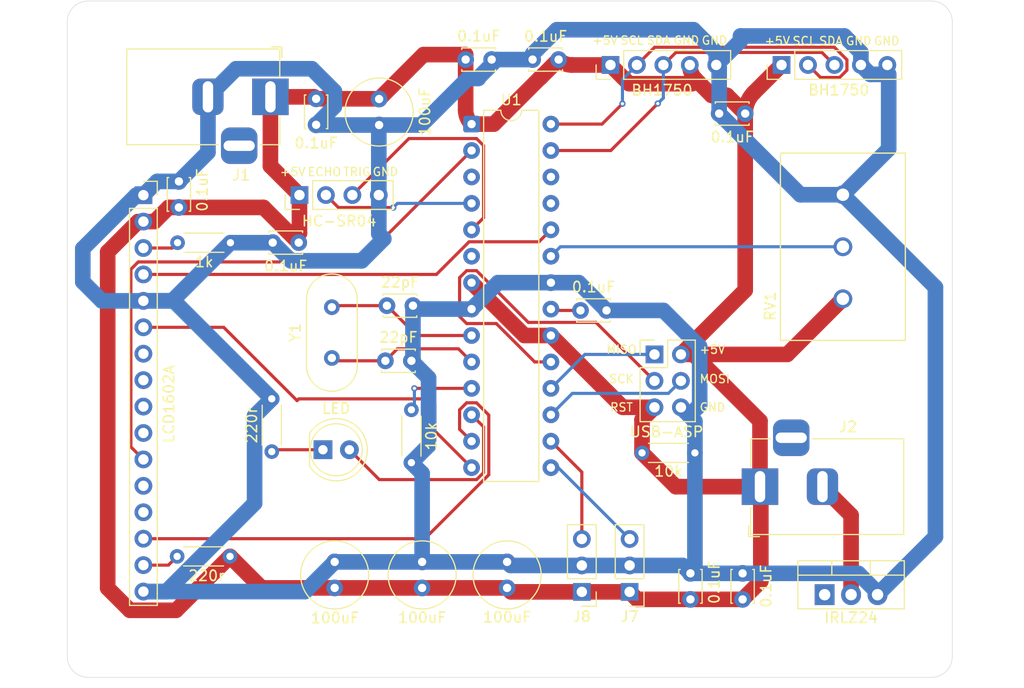
<source format=kicad_pcb>
(kicad_pcb (version 20241229) (generator "pcbnew") (generator_version "9.0")
  (layers (0 "F.Cu" signal) (2 "B.Cu" signal) (13 "F.Paste" user) (15 "B.Paste" user) (5 "F.SilkS" user "F.Silkscreen") (7 "B.SilkS" user "B.Silkscreen") (1 "F.Mask" user) (3 "B.Mask" user) (25 "Edge.Cuts" user))
  (net 0 "")
  (net 1 "GND")
  (net 2 "Net-(Q1-D)")
  (net 3 "/PD5{slash}GATE")
  (net 4 "/MISO")
  (net 5 "/MOSI")
  (net 6 "/D6_LCD")
  (net 7 "/XTAL1")
  (net 9 "/D7_LCD")
  (net 10 "/ECHO")
  (net 11 "/XTAL2")
  (net 12 "Net-(D1-A)")
  (net 13 "+5V")
  (net 14 "/RS_LCD")
  (net 15 "/TRIG")
  (net 16 "/SDA")
  (net 17 "/SCL")
  (net 18 "/D4_LCD")
  (net 19 "/SERVO1")
  (net 20 "/D5_LCD")
  (net 21 "/EN_LCD")
  (net 22 "/PC0{slash}POTENT")
  (net 23 "/SERVO2")
  (net 25 "Net-(U1-AREF)")
  (net 26 "/SCK")
  (net 29 "Net-(D1-K)")
  (net 30 "Net-(U2-VO)")
  (net 31 "Net-(U2-A)")
  (footprint "Connector_PinHeader_2.54mm:PinHeader_1x05_P2.54mm_Vertical" (layer "F.Cu") (at 149.57 62.84675 90)
    (property "Reference" "BH1750" (at -2.42325 4.95 180) (layer "F.SilkS"))
    (property "Value" "Conn_01x05_Pin")
    (pad "1" thru_hole rect (at 0 0 90) (size 1.7 1.7) (drill 1) (layers "*.Cu" "*.Mask") (net 13 "+5V"))
    (pad "2" thru_hole circle (at 0 2.54 90) (size 1.7 1.7) (drill 1) (layers "*.Cu" "*.Mask") (net 17 "/SCL"))
    (pad "3" thru_hole circle (at 0 5.08 90) (size 1.7 1.7) (drill 1) (layers "*.Cu" "*.Mask") (net 16 "/SDA"))
    (pad "4" thru_hole circle (at 0 7.62 90) (size 1.7 1.7) (drill 1) (layers "*.Cu" "*.Mask") (net 13 "+5V"))
    (pad "5" thru_hole circle (at 0 10.16 90) (size 1.7 1.7) (drill 1) (layers "*.Cu" "*.Mask") (net 1 "GND"))
  )
  (footprint "Package_DIP:DIP-28_W7.62mm" (layer "F.Cu") (at 136.23 68.53)
    (property "Reference" "U1" (at 3.81 -2.33 0) (layer "F.SilkS"))
    (property "Value" "ATmega328-P")
    (pad "1" thru_hole roundrect (at 0 0) (size 1.6 1.6) (drill 0.8) (layers "*.Cu" "*.Mask") (roundrect_rratio 0.15625) (net 13 "+5V"))
    (pad "2" thru_hole circle (at 0 2.54) (size 1.6 1.6) (drill 0.8) (layers "*.Cu" "*.Mask") (net 18 "/D4_LCD"))
    (pad "3" thru_hole circle (at 0 5.08) (size 1.6 1.6) (drill 0.8) (layers "*.Cu" "*.Mask") (net 20 "/D5_LCD"))
    (pad "4" thru_hole circle (at 0 7.62) (size 1.6 1.6) (drill 0.8) (layers "*.Cu" "*.Mask") (net 10 "/ECHO"))
    (pad "5" thru_hole circle (at 0 10.16) (size 1.6 1.6) (drill 0.8) (layers "*.Cu" "*.Mask") (net 15 "/TRIG"))
    (pad "6" thru_hole circle (at 0 12.7) (size 1.6 1.6) (drill 0.8) (layers "*.Cu" "*.Mask") (net 6 "/D6_LCD"))
    (pad "7" thru_hole circle (at 0 15.24) (size 1.6 1.6) (drill 0.8) (layers "*.Cu" "*.Mask") (net 13 "+5V"))
    (pad "8" thru_hole circle (at 0 17.78) (size 1.6 1.6) (drill 0.8) (layers "*.Cu" "*.Mask") (net 1 "GND"))
    (pad "9" thru_hole circle (at 0 20.32) (size 1.6 1.6) (drill 0.8) (layers "*.Cu" "*.Mask") (net 7 "/XTAL1"))
    (pad "10" thru_hole circle (at 0 22.86) (size 1.6 1.6) (drill 0.8) (layers "*.Cu" "*.Mask") (net 11 "/XTAL2"))
    (pad "11" thru_hole circle (at 0 25.4) (size 1.6 1.6) (drill 0.8) (layers "*.Cu" "*.Mask") (net 3 "/PD5{slash}GATE"))
    (pad "12" thru_hole circle (at 0 27.94) (size 1.6 1.6) (drill 0.8) (layers "*.Cu" "*.Mask") (net 12 "Net-(D1-A)"))
    (pad "13" thru_hole circle (at 0 30.48) (size 1.6 1.6) (drill 0.8) (layers "*.Cu" "*.Mask") (net 9 "/D7_LCD"))
    (pad "14" thru_hole circle (at 0 33.02) (size 1.6 1.6) (drill 0.8) (layers "*.Cu" "*.Mask") (net 21 "/EN_LCD"))
    (pad "15" thru_hole circle (at 7.62 33.02) (size 1.6 1.6) (drill 0.8) (layers "*.Cu" "*.Mask") (net 19 "/SERVO1"))
    (pad "16" thru_hole circle (at 7.62 30.48) (size 1.6 1.6) (drill 0.8) (layers "*.Cu" "*.Mask") (net 23 "/SERVO2"))
    (pad "17" thru_hole circle (at 7.62 27.94) (size 1.6 1.6) (drill 0.8) (layers "*.Cu" "*.Mask") (net 5 "/MOSI"))
    (pad "18" thru_hole circle (at 7.62 25.4) (size 1.6 1.6) (drill 0.8) (layers "*.Cu" "*.Mask") (net 4 "/MISO"))
    (pad "19" thru_hole circle (at 7.62 22.86) (size 1.6 1.6) (drill 0.8) (layers "*.Cu" "*.Mask") (net 26 "/SCK"))
    (pad "20" thru_hole circle (at 7.62 20.32) (size 1.6 1.6) (drill 0.8) (layers "*.Cu" "*.Mask") (net 13 "+5V"))
    (pad "21" thru_hole circle (at 7.62 17.78) (size 1.6 1.6) (drill 0.8) (layers "*.Cu" "*.Mask") (net 25 "Net-(U1-AREF)"))
    (pad "22" thru_hole circle (at 7.62 15.24) (size 1.6 1.6) (drill 0.8) (layers "*.Cu" "*.Mask") (net 1 "GND"))
    (pad "23" thru_hole circle (at 7.62 12.7) (size 1.6 1.6) (drill 0.8) (layers "*.Cu" "*.Mask") (net 22 "/PC0{slash}POTENT"))
    (pad "24" thru_hole circle (at 7.62 10.16) (size 1.6 1.6) (drill 0.8) (layers "*.Cu" "*.Mask") (net 14 "/RS_LCD"))
    (pad "25" thru_hole circle (at 7.62 7.62) (size 1.6 1.6) (drill 0.8) (layers "*.Cu" "*.Mask"))
    (pad "26" thru_hole circle (at 7.62 5.08) (size 1.6 1.6) (drill 0.8) (layers "*.Cu" "*.Mask"))
    (pad "27" thru_hole circle (at 7.62 2.54) (size 1.6 1.6) (drill 0.8) (layers "*.Cu" "*.Mask") (net 16 "/SDA"))
    (pad "28" thru_hole circle (at 7.62 0) (size 1.6 1.6) (drill 0.8) (layers "*.Cu" "*.Mask") (net 17 "/SCL"))
  )
  (footprint "Connector_PinHeader_2.54mm:PinHeader_1x04_P2.54mm_Vertical" (layer "F.Cu") (at 119.7 75.35 90)
    (property "Reference" "HC-SR04" (at -2.5 3.81 180) (layer "F.SilkS"))
    (property "Value" "Conn_01x04_Pin")
    (pad "1" thru_hole rect (at 0 0 90) (size 1.7 1.7) (drill 1) (layers "*.Cu" "*.Mask") (net 13 "+5V"))
    (pad "2" thru_hole circle (at 0 2.54 90) (size 1.7 1.7) (drill 1) (layers "*.Cu" "*.Mask") (net 10 "/ECHO"))
    (pad "3" thru_hole circle (at 0 5.08 90) (size 1.7 1.7) (drill 1) (layers "*.Cu" "*.Mask") (net 15 "/TRIG"))
    (pad "4" thru_hole circle (at 0 7.62 90) (size 1.7 1.7) (drill 1) (layers "*.Cu" "*.Mask") (net 1 "GND"))
  )
  (footprint "Capacitor_THT:C_Disc_D3.0mm_W2.0mm_P2.50mm" (layer "F.Cu") (at 146.69 86.44)
    (property "Reference" "0.1uF" (at 1.25 -2.25 0) (layer "F.SilkS"))
    (property "Value" "0.1u")
    (pad "1" thru_hole circle (at 0 0) (size 1.6 1.6) (drill 0.8) (layers "*.Cu" "*.Mask") (net 25 "Net-(U1-AREF)"))
    (pad "2" thru_hole circle (at 2.5 0) (size 1.6 1.6) (drill 0.8) (layers "*.Cu" "*.Mask") (net 1 "GND"))
  )
  (footprint "Connector_PinSocket_2.54mm:PinSocket_1x16_P2.54mm_Vertical" (layer "F.Cu") (at 104.71 75.36)
    (property "Reference" "LCD1602A" (at 2.45 20.08 270) (layer "F.SilkS"))
    (property "Value" "LCD1602A")
    (pad "1" thru_hole rect (at 0 0) (size 1.7 1.7) (drill 1) (layers "*.Cu" "*.Mask") (net 1 "GND"))
    (pad "2" thru_hole circle (at 0 2.54) (size 1.7 1.7) (drill 1) (layers "*.Cu" "*.Mask") (net 13 "+5V"))
    (pad "3" thru_hole circle (at 0 5.08) (size 1.7 1.7) (drill 1) (layers "*.Cu" "*.Mask") (net 30 "Net-(U2-VO)"))
    (pad "4" thru_hole circle (at 0 7.62) (size 1.7 1.7) (drill 1) (layers "*.Cu" "*.Mask") (net 14 "/RS_LCD"))
    (pad "5" thru_hole circle (at 0 10.16) (size 1.7 1.7) (drill 1) (layers "*.Cu" "*.Mask") (net 1 "GND"))
    (pad "6" thru_hole circle (at 0 12.7) (size 1.7 1.7) (drill 1) (layers "*.Cu" "*.Mask") (net 21 "/EN_LCD"))
    (pad "7" thru_hole circle (at 0 15.24) (size 1.7 1.7) (drill 1) (layers "*.Cu" "*.Mask"))
    (pad "8" thru_hole circle (at 0 17.78) (size 1.7 1.7) (drill 1) (layers "*.Cu" "*.Mask"))
    (pad "9" thru_hole circle (at 0 20.32) (size 1.7 1.7) (drill 1) (layers "*.Cu" "*.Mask"))
    (pad "10" thru_hole circle (at 0 22.86) (size 1.7 1.7) (drill 1) (layers "*.Cu" "*.Mask"))
    (pad "11" thru_hole circle (at 0 25.4) (size 1.7 1.7) (drill 1) (layers "*.Cu" "*.Mask") (net 18 "/D4_LCD"))
    (pad "12" thru_hole circle (at 0 27.94) (size 1.7 1.7) (drill 1) (layers "*.Cu" "*.Mask") (net 20 "/D5_LCD"))
    (pad "13" thru_hole circle (at 0 30.48) (size 1.7 1.7) (drill 1) (layers "*.Cu" "*.Mask") (net 6 "/D6_LCD"))
    (pad "14" thru_hole circle (at 0 33.02) (size 1.7 1.7) (drill 1) (layers "*.Cu" "*.Mask") (net 9 "/D7_LCD"))
    (pad "15" thru_hole circle (at 0 35.56) (size 1.7 1.7) (drill 1) (layers "*.Cu" "*.Mask") (net 31 "Net-(U2-A)"))
    (pad "16" thru_hole circle (at 0 38.1) (size 1.7 1.7) (drill 1) (layers "*.Cu" "*.Mask") (net 1 "GND"))
  )
  (footprint "Crystal:Crystal_HC49-4H_Vertical" (layer "F.Cu") (at 122.81 91.01 90)
    (property "Reference" "Y1" (at 2.44 -3.52 90) (layer "F.SilkS"))
    (property "Value" "16M")
    (pad "1" thru_hole circle (at 0 0 90) (size 1.5 1.5) (drill 0.8) (layers "*.Cu" "*.Mask") (net 11 "/XTAL2"))
    (pad "2" thru_hole circle (at 4.88 0 90) (size 1.5 1.5) (drill 0.8) (layers "*.Cu" "*.Mask") (net 7 "/XTAL1"))
  )
  (footprint "Capacitor_THT:C_Disc_D3.0mm_W2.0mm_P2.50mm" (layer "F.Cu") (at 144.59 62.32675 180)
    (property "Reference" "0.1uF" (at 1.25 2.23 0) (layer "F.SilkS"))
    (property "Value" "0.1u")
    (pad "1" thru_hole circle (at 0 0 180) (size 1.6 1.6) (drill 0.8) (layers "*.Cu" "*.Mask") (net 13 "+5V"))
    (pad "2" thru_hole circle (at 2.5 0 180) (size 1.6 1.6) (drill 0.8) (layers "*.Cu" "*.Mask") (net 1 "GND"))
  )
  (footprint "P160KN-0QC15B500K:P160" (layer "F.Cu") (at 171.8915 80.32 90)
    (property "Reference" "RV1" (at -5.715 -6.985 90) (layer "F.SilkS"))
    (property "Value" "R_Potentiometer")
    (pad "1" thru_hole circle (at -5 0 90) (size 1.8 1.8) (drill 1.2) (layers "*.Cu" "*.Mask") (net 13 "+5V"))
    (pad "2" thru_hole circle (at 0 0 90) (size 1.8 1.8) (drill 1.2) (layers "*.Cu" "*.Mask") (net 22 "/PC0{slash}POTENT"))
    (pad "3" thru_hole circle (at 5 0 90) (size 1.8 1.8) (drill 1.2) (layers "*.Cu" "*.Mask") (net 1 "GND"))
  )
  (footprint "Connector_BarrelJack:BarrelJack_Horizontal" (layer "F.Cu") (at 163.93 103.3775 180)
    (property "Reference" "J2" (at -8.45 5.75 0) (layer "F.SilkS"))
    (property "Value" "Barrel_Jack_Switch")
    (pad "1" thru_hole rect (at 0 0 180) (size 3.5 3.5) (drill oval 1 3) (layers "*.Cu" "*.Mask") (net 13 "+5V"))
    (pad "2" thru_hole roundrect (at -6 0 180) (size 3 3.5) (drill oval 1 3) (layers "*.Cu" "*.Mask") (net 2 "Net-(Q1-D)"))
    (pad "3" thru_hole roundrect (at -3 4.7 180) (size 3.5 3.5) (drill oval 3 1) (layers "*.Cu" "*.Mask"))
  )
  (footprint "Capacitor_THT:C_Disc_D3.0mm_W2.0mm_P2.50mm" (layer "F.Cu") (at 108.12 76.54 90)
    (property "Reference" "0.1uF" (at 1.68 2.25 270) (layer "F.SilkS"))
    (property "Value" "0.1u")
    (pad "1" thru_hole circle (at 0 0 90) (size 1.6 1.6) (drill 0.8) (layers "*.Cu" "*.Mask") (net 13 "+5V"))
    (pad "2" thru_hole circle (at 2.5 0 90) (size 1.6 1.6) (drill 0.8) (layers "*.Cu" "*.Mask") (net 1 "GND"))
  )
  (footprint "Connector_BarrelJack:BarrelJack_Horizontal" (layer "F.Cu") (at 116.91 65.91175)
    (property "Reference" "J1" (at -2.81 7.53 0) (layer "F.SilkS"))
    (property "Value" "Barrel_Jack_Switch")
    (pad "1" thru_hole rect (at 0 0) (size 3.5 3.5) (drill oval 1 3) (layers "*.Cu" "*.Mask") (net 13 "+5V"))
    (pad "2" thru_hole roundrect (at -6 0) (size 3 3.5) (drill oval 1 3) (layers "*.Cu" "*.Mask") (net 1 "GND"))
    (pad "3" thru_hole roundrect (at -3 4.7) (size 3.5 3.5) (drill oval 3 1) (layers "*.Cu" "*.Mask"))
  )
  (footprint "Resistor_THT:R_Axial_DIN0204_L3.6mm_D1.6mm_P5.08mm_Horizontal" (layer "F.Cu") (at 152.6 100.13)
    (property "Reference" "10k" (at 2.54 1.77 0) (layer "F.SilkS"))
    (property "Value" "10k")
    (pad "1" thru_hole circle (at 0 0) (size 1.4 1.4) (drill 0.7) (layers "*.Cu" "*.Mask") (net 13 "+5V"))
    (pad "2" thru_hole circle (at 5.08 0) (size 1.4 1.4) (drill 0.7) (layers "*.Cu" "*.Mask") (net 1 "GND"))
  )
  (footprint "Capacitor_THT:C_Radial_D6.3mm_H11.0mm_P2.50mm" (layer "F.Cu") (at 139.64 113.11 90)
    (property "Reference" "100uF" (at -2.81 0 180) (layer "F.SilkS"))
    (property "Value" "100u")
    (pad "1" thru_hole circle (at 0 0 90) (size 1.6 1.6) (drill 0.8) (layers "*.Cu" "*.Mask") (net 13 "+5V"))
    (pad "2" thru_hole circle (at 2.5 0 90) (size 1.6 1.6) (drill 0.8) (layers "*.Cu" "*.Mask") (net 1 "GND"))
  )
  (footprint "Capacitor_THT:C_Disc_D3.0mm_W2.0mm_P2.50mm" (layer "F.Cu") (at 162.51 67.52 180)
    (property "Reference" "0.1uF" (at 1.25 -2.25 0) (layer "F.SilkS"))
    (property "Value" "0.1u")
    (pad "1" thru_hole circle (at 0 0 180) (size 1.6 1.6) (drill 0.8) (layers "*.Cu" "*.Mask") (net 13 "+5V"))
    (pad "2" thru_hole circle (at 2.5 0 180) (size 1.6 1.6) (drill 0.8) (layers "*.Cu" "*.Mask") (net 1 "GND"))
  )
  (footprint "Capacitor_THT:C_Disc_D3.0mm_W2.0mm_P2.50mm" (layer "F.Cu") (at 157.25 114.21 90)
    (property "Reference" "0.1uF" (at 1.64 2.29 270) (layer "F.SilkS"))
    (property "Value" "0.1u")
    (pad "1" thru_hole circle (at 0 0 90) (size 1.6 1.6) (drill 0.8) (layers "*.Cu" "*.Mask") (net 13 "+5V"))
    (pad "2" thru_hole circle (at 2.5 0 90) (size 1.6 1.6) (drill 0.8) (layers "*.Cu" "*.Mask") (net 1 "GND"))
  )
  (footprint "Capacitor_THT:C_Radial_D6.3mm_H11.0mm_P2.50mm" (layer "F.Cu") (at 131.48 113.11 90)
    (property "Reference" "100uF" (at -2.86 0 180) (layer "F.SilkS"))
    (property "Value" "100u")
    (pad "1" thru_hole circle (at 0 0 90) (size 1.6 1.6) (drill 0.8) (layers "*.Cu" "*.Mask") (net 13 "+5V"))
    (pad "2" thru_hole circle (at 2.5 0 90) (size 1.6 1.6) (drill 0.8) (layers "*.Cu" "*.Mask") (net 1 "GND"))
  )
  (footprint "Resistor_THT:R_Axial_DIN0204_L3.6mm_D1.6mm_P5.08mm_Horizontal" (layer "F.Cu") (at 107.95 110.08)
    (property "Reference" "220r" (at 2.81 1.86 0) (layer "F.SilkS"))
    (property "Value" "220")
    (pad "1" thru_hole circle (at 0 0) (size 1.4 1.4) (drill 0.7) (layers "*.Cu" "*.Mask") (net 31 "Net-(U2-A)"))
    (pad "2" thru_hole circle (at 5.08 0) (size 1.4 1.4) (drill 0.7) (layers "*.Cu" "*.Mask") (net 13 "+5V"))
  )
  (footprint "Capacitor_THT:C_Disc_D3.0mm_W2.0mm_P2.50mm" (layer "F.Cu") (at 127.95 91.28)
    (property "Reference" "22pF" (at 1.25 -2.25 0) (layer "F.SilkS"))
    (property "Value" "22p")
    (pad "1" thru_hole circle (at 0 0) (size 1.6 1.6) (drill 0.8) (layers "*.Cu" "*.Mask") (net 11 "/XTAL2"))
    (pad "2" thru_hole circle (at 2.5 0) (size 1.6 1.6) (drill 0.8) (layers "*.Cu" "*.Mask") (net 1 "GND"))
  )
  (footprint "Capacitor_THT:C_Radial_D6.3mm_H11.0mm_P2.50mm" (layer "F.Cu") (at 127.35 66.12 -90)
    (property "Reference" "100uF" (at 1.25 -4.4 90) (layer "F.SilkS"))
    (property "Value" "100u")
    (pad "1" thru_hole circle (at 0 0 270) (size 1.6 1.6) (drill 0.8) (layers "*.Cu" "*.Mask") (net 13 "+5V"))
    (pad "2" thru_hole circle (at 2.5 0 270) (size 1.6 1.6) (drill 0.8) (layers "*.Cu" "*.Mask") (net 1 "GND"))
  )
  (footprint "Connector_PinHeader_2.54mm:PinHeader_1x05_P2.54mm_Vertical" (layer "F.Cu") (at 166 62.84675 90)
    (property "Reference" "BH1750" (at -2.41325 5.5 180) (layer "F.SilkS"))
    (property "Value" "Conn_01x05_Pin")
    (pad "1" thru_hole rect (at 0 0 90) (size 1.7 1.7) (drill 1) (layers "*.Cu" "*.Mask") (net 13 "+5V"))
    (pad "2" thru_hole circle (at 0 2.54 90) (size 1.7 1.7) (drill 1) (layers "*.Cu" "*.Mask") (net 17 "/SCL"))
    (pad "3" thru_hole circle (at 0 5.08 90) (size 1.7 1.7) (drill 1) (layers "*.Cu" "*.Mask") (net 16 "/SDA"))
    (pad "4" thru_hole circle (at 0 7.62 90) (size 1.7 1.7) (drill 1) (layers "*.Cu" "*.Mask") (net 1 "GND"))
    (pad "5" thru_hole circle (at 0 10.16 90) (size 1.7 1.7) (drill 1) (layers "*.Cu" "*.Mask") (net 1 "GND"))
  )
  (footprint "LED_THT:LED_D5.0mm" (layer "F.Cu") (at 121.955 99.83)
    (property "Reference" "LED" (at 1.27 -3.96 0) (layer "F.SilkS"))
    (property "Value" "GREEN-LED")
    (pad "1" thru_hole rect (at 0 0) (size 1.8 1.8) (drill 0.9) (layers "*.Cu" "*.Mask") (net 29 "Net-(D1-K)"))
    (pad "2" thru_hole circle (at 2.54 0) (size 1.8 1.8) (drill 0.9) (layers "*.Cu" "*.Mask") (net 12 "Net-(D1-A)"))
  )
  (footprint "Capacitor_THT:C_Radial_D6.3mm_H11.0mm_P2.50mm" (layer "F.Cu") (at 123.08 113.11 90)
    (property "Reference" "100uF" (at -2.88 0.03 180) (layer "F.SilkS"))
    (property "Value" "10u")
    (pad "1" thru_hole circle (at 0 0 90) (size 1.6 1.6) (drill 0.8) (layers "*.Cu" "*.Mask") (net 13 "+5V"))
    (pad "2" thru_hole circle (at 2.5 0 90) (size 1.6 1.6) (drill 0.8) (layers "*.Cu" "*.Mask") (net 1 "GND"))
  )
  (footprint "Capacitor_THT:C_Disc_D3.0mm_W2.0mm_P2.50mm" (layer "F.Cu") (at 135.66 62.32675)
    (property "Reference" "0.1uF" (at 1.25 -2.25 0) (layer "F.SilkS"))
    (property "Value" "0.1u")
    (pad "1" thru_hole circle (at 0 0) (size 1.6 1.6) (drill 0.8) (layers "*.Cu" "*.Mask") (net 13 "+5V"))
    (pad "2" thru_hole circle (at 2.5 0) (size 1.6 1.6) (drill 0.8) (layers "*.Cu" "*.Mask") (net 1 "GND"))
  )
  (footprint "Connector_PinHeader_2.54mm:PinHeader_1x03_P2.54mm_Vertical" (layer "F.Cu") (at 151.41 113.49 180)
    (property "Reference" "J7" (at 0 -2.38 0) (layer "F.SilkS"))
    (property "Value" "Conn_01x03_Pin")
    (pad "1" thru_hole rect (at 0 0 180) (size 1.7 1.7) (drill 1) (layers "*.Cu" "*.Mask") (net 13 "+5V"))
    (pad "2" thru_hole circle (at 0 2.54 180) (size 1.7 1.7) (drill 1) (layers "*.Cu" "*.Mask") (net 1 "GND"))
    (pad "3" thru_hole circle (at 0 5.08 180) (size 1.7 1.7) (drill 1) (layers "*.Cu" "*.Mask") (net 19 "/SERVO1"))
  )
  (footprint "Capacitor_THT:C_Disc_D3.0mm_W2.0mm_P2.50mm" (layer "F.Cu") (at 119.63 79.92 180)
    (property "Reference" "0.1uF" (at 1.25 -2.25 0) (layer "F.SilkS"))
    (property "Value" "0.1u")
    (pad "1" thru_hole circle (at 0 0 180) (size 1.6 1.6) (drill 0.8) (layers "*.Cu" "*.Mask") (net 13 "+5V"))
    (pad "2" thru_hole circle (at 2.5 0 180) (size 1.6 1.6) (drill 0.8) (layers "*.Cu" "*.Mask") (net 1 "GND"))
  )
  (footprint "MountingHole:MountingHole_2.2mm_M2" (layer "F.Cu") (at 179.82 59.46)
    (property "Reference" "REF**" (hide yes))
    (property "Value" "MountingHole_2.2mm_M2")
    (pad "" np_thru_hole circle (at 0 0) (size 2.2 2.2) (drill 2.2) (layers "*.Cu" "*.Mask"))
  )
  (footprint "Resistor_THT:R_Axial_DIN0204_L3.6mm_D1.6mm_P5.08mm_Horizontal" (layer "F.Cu") (at 107.99 79.93)
    (property "Reference" "1k" (at 2.56 1.85 0) (layer "F.SilkS"))
    (property "Value" "1k")
    (pad "1" thru_hole circle (at 0 0) (size 1.4 1.4) (drill 0.7) (layers "*.Cu" "*.Mask") (net 30 "Net-(U2-VO)"))
    (pad "2" thru_hole circle (at 5.08 0) (size 1.4 1.4) (drill 0.7) (layers "*.Cu" "*.Mask") (net 1 "GND"))
  )
  (footprint "Package_TO_SOT_THT:TO-220-3_Vertical" (layer "F.Cu") (at 170.14 113.76)
    (property "Reference" "IRLZ24" (at 2.54 2.21 0) (layer "F.SilkS"))
    (property "Value" "IRLZ24")
    (pad "1" thru_hole rect (at 0 0) (size 1.905 2) (drill 1.1) (layers "*.Cu" "*.Mask") (net 3 "/PD5{slash}GATE"))
    (pad "2" thru_hole oval (at 2.54 0) (size 1.905 2) (drill 1.1) (layers "*.Cu" "*.Mask") (net 2 "Net-(Q1-D)"))
    (pad "3" thru_hole oval (at 5.08 0) (size 1.905 2) (drill 1.1) (layers "*.Cu" "*.Mask") (net 1 "GND"))
  )
  (footprint "Connector_PinHeader_2.54mm:PinHeader_2x03_P2.54mm_Vertical" (layer "F.Cu") (at 153.795 90.67)
    (property "Reference" "USB-ASP" (at 1.165 7.44 0) (layer "F.SilkS"))
    (property "Value" "AVR-ISP-6")
    (pad "1" thru_hole rect (at 0 0) (size 1.7 1.7) (drill 1) (layers "*.Cu" "*.Mask") (net 4 "/MISO"))
    (pad "2" thru_hole circle (at 2.54 0) (size 1.7 1.7) (drill 1) (layers "*.Cu" "*.Mask") (net 13 "+5V"))
    (pad "3" thru_hole circle (at 0 2.54) (size 1.7 1.7) (drill 1) (layers "*.Cu" "*.Mask") (net 26 "/SCK"))
    (pad "4" thru_hole circle (at 2.54 2.54) (size 1.7 1.7) (drill 1) (layers "*.Cu" "*.Mask") (net 5 "/MOSI"))
    (pad "5" thru_hole circle (at 0 5.08) (size 1.7 1.7) (drill 1) (layers "*.Cu" "*.Mask") (net 13 "+5V"))
    (pad "6" thru_hole circle (at 2.54 5.08) (size 1.7 1.7) (drill 1) (layers "*.Cu" "*.Mask") (net 1 "GND"))
  )
  (footprint "Resistor_THT:R_Axial_DIN0204_L3.6mm_D1.6mm_P5.08mm_Horizontal" (layer "F.Cu") (at 117.04 100.01 90)
    (property "Reference" "220r" (at 2.54 -1.92 90) (layer "F.SilkS"))
    (property "Value" "220")
    (pad "1" thru_hole circle (at 0 0 90) (size 1.4 1.4) (drill 0.7) (layers "*.Cu" "*.Mask") (net 29 "Net-(D1-K)"))
    (pad "2" thru_hole circle (at 5.08 0 90) (size 1.4 1.4) (drill 0.7) (layers "*.Cu" "*.Mask") (net 1 "GND"))
  )
  (footprint "Connector_PinHeader_2.54mm:PinHeader_1x03_P2.54mm_Vertical" (layer "F.Cu") (at 146.82 113.49 180)
    (property "Reference" "J8" (at 0 -2.38 0) (layer "F.SilkS"))
    (property "Value" "Conn_01x03_Pin")
    (pad "1" thru_hole rect (at 0 0 180) (size 1.7 1.7) (drill 1) (layers "*.Cu" "*.Mask") (net 13 "+5V"))
    (pad "2" thru_hole circle (at 0 2.54 180) (size 1.7 1.7) (drill 1) (layers "*.Cu" "*.Mask") (net 1 "GND"))
    (pad "3" thru_hole circle (at 0 5.08 180) (size 1.7 1.7) (drill 1) (layers "*.Cu" "*.Mask") (net 23 "/SERVO2"))
  )
  (footprint "MountingHole:MountingHole_2.2mm_M2" (layer "F.Cu") (at 100.42 118.77)
    (property "Reference" "REF**" (hide yes))
    (property "Value" "MountingHole_2.2mm_M2")
    (pad "" np_thru_hole circle (at 0 0) (size 2.2 2.2) (drill 2.2) (layers "*.Cu" "*.Mask"))
  )
  (footprint "Capacitor_THT:C_Disc_D3.0mm_W2.0mm_P2.50mm" (layer "F.Cu") (at 162.26 114.21 90)
    (property "Reference" "0.1uF" (at 1.28 2.26 90) (layer "F.SilkS"))
    (property "Value" "0.1u")
    (pad "1" thru_hole circle (at 0 0 90) (size 1.6 1.6) (drill 0.8) (layers "*.Cu" "*.Mask") (net 13 "+5V"))
    (pad "2" thru_hole circle (at 2.5 0 90) (size 1.6 1.6) (drill 0.8) (layers "*.Cu" "*.Mask") (net 1 "GND"))
  )
  (footprint "Capacitor_THT:C_Disc_D3.0mm_W2.0mm_P2.50mm" (layer "F.Cu") (at 128.1 85.98)
    (property "Reference" "22pF" (at 1.25 -2.25 0) (layer "F.SilkS"))
    (property "Value" "22p")
    (pad "1" thru_hole circle (at 0 0) (size 1.6 1.6) (drill 0.8) (layers "*.Cu" "*.Mask") (net 7 "/XTAL1"))
    (pad "2" thru_hole circle (at 2.5 0) (size 1.6 1.6) (drill 0.8) (layers "*.Cu" "*.Mask") (net 1 "GND"))
  )
  (footprint "Capacitor_THT:C_Disc_D3.0mm_W2.0mm_P2.50mm" (layer "F.Cu") (at 121.3 66.1 -90)
    (property "Reference" "0.1uF" (at 4.25 0 0) (layer "F.SilkS"))
    (property "Value" "0.1u")
    (pad "1" thru_hole circle (at 0 0 270) (size 1.6 1.6) (drill 0.8) (layers "*.Cu" "*.Mask") (net 13 "+5V"))
    (pad "2" thru_hole circle (at 2.5 0 270) (size 1.6 1.6) (drill 0.8) (layers "*.Cu" "*.Mask") (net 1 "GND"))
  )
  (footprint "Resistor_THT:R_Axial_DIN0204_L3.6mm_D1.6mm_P5.08mm_Horizontal" (layer "F.Cu") (at 130.45 95.99 -90)
    (property "Reference" "10k" (at 2.54 -1.92 90) (layer "F.SilkS"))
    (property "Value" "10k")
    (pad "1" thru_hole circle (at 0 0 270) (size 1.4 1.4) (drill 0.7) (layers "*.Cu" "*.Mask") (net 3 "/PD5{slash}GATE"))
    (pad "2" thru_hole circle (at 5.08 0 270) (size 1.4 1.4) (drill 0.7) (layers "*.Cu" "*.Mask") (net 1 "GND"))
  )
  (footprint "MountingHole:MountingHole_2.2mm_M2" (layer "F.Cu") (at 179.27 118.77)
    (property "Reference" "REF**" (hide yes))
    (property "Value" "MountingHole_2.2mm_M2")
    (pad "" np_thru_hole circle (at 0 0) (size 2.2 2.2) (drill 2.2) (layers "*.Cu" "*.Mask"))
  )
  (footprint "MountingHole:MountingHole_2.2mm_M2" (layer "F.Cu") (at 100.42 59.62)
    (property "Reference" "REF**" (hide yes))
    (property "Value" "MountingHole_2.2mm_M2")
    (pad "" np_thru_hole circle (at 0 0) (size 2.2 2.2) (drill 2.2) (layers "*.Cu" "*.Mask"))
  )
  (gr_arc (start 99.4 121.7) (mid 97.985786 121.114214) (end 97.4 119.7) (stroke (width 0.05)) (layer "Edge.Cuts"))
  (gr_arc (start 182.4 119.7) (mid 181.814214 121.114214) (end 180.4 121.7) (stroke (width 0.05)) (layer "Edge.Cuts"))
  (gr_line (start 97.4 119.7) (end 97.4 58.7) (stroke (width 0.05)) (layer "Edge.Cuts"))
  (gr_line (start 182.4 58.7) (end 182.4 119.7) (stroke (width 0.05)) (layer "Edge.Cuts"))
  (gr_arc (start 97.4 58.7) (mid 97.985786 57.285786) (end 99.4 56.7) (stroke (width 0.05)) (layer "Edge.Cuts"))
  (gr_line (start 180.4 121.7) (end 99.4 121.7) (stroke (width 0.05)) (layer "Edge.Cuts"))
  (gr_arc (start 180.4 56.7) (mid 181.814214 57.285786) (end 182.4 58.7) (stroke (width 0.05)) (layer "Edge.Cuts"))
  (gr_line (start 99.4 56.7) (end 180.4 56.7) (stroke (width 0.05)) (layer "Edge.Cuts"))
  (gr_text "MISO" (at 149.1 90.67 0) (layer "F.SilkS") (effects (font (size 0.8 0.8) (thickness 0.125) (bold yes)) (justify left bottom)))
  (gr_text "GND" (at 172.107024 61.01 0) (layer "F.SilkS") (effects (font (size 0.8 0.8) (thickness 0.125) (bold yes)) (justify left bottom)))
  (gr_text "GND\n" (at 126.65 73.59 0) (layer "F.SilkS") (effects (font (size 0.8 0.8) (thickness 0.125) (bold yes)) (justify left bottom)))
  (gr_text "ECHO\n" (at 120.411905 73.59 0) (layer "F.SilkS") (effects (font (size 0.8 0.8) (thickness 0.125) (bold yes)) (justify left bottom)))
  (gr_text "+5V" (at 117.75 73.59 0) (layer "F.SilkS") (effects (font (size 0.8 0.8) (thickness 0.125) (bold yes)) (justify left bottom)))
  (gr_text "SCK" (at 149.366667 93.49 0) (layer "F.SilkS") (effects (font (size 0.8 0.8) (thickness 0.125) (bold yes)) (justify left bottom)))
  (gr_text "+5V" (at 164.29 61.01 0) (layer "F.SilkS") (effects (font (size 0.8 0.8) (thickness 0.125) (bold yes)) (justify left bottom)))
  (gr_text "SCL\n" (at 150.44 60.96 0) (layer "F.SilkS") (effects (font (size 0.8 0.8) (thickness 0.125) (bold yes)) (justify left bottom)))
  (gr_text "SCL\n" (at 166.982976 61.01 0) (layer "F.SilkS") (effects (font (size 0.8 0.8) (thickness 0.125) (bold yes)) (justify left bottom)))
  (gr_text "+5V" (at 147.747024 60.96 0) (layer "F.SilkS") (effects (font (size 0.8 0.8) (thickness 0.125) (bold yes)) (justify left bottom)))
  (gr_text "+5V" (at 158.06 90.67 0) (layer "F.SilkS") (effects (font (size 0.8 0.8) (thickness 0.125) (bold yes)) (justify left bottom)))
  (gr_text "MOSI" (at 158.06 93.49 0) (layer "F.SilkS") (effects (font (size 0.8 0.8) (thickness 0.125) (bold yes)) (justify left bottom)))
  (gr_text "GND" (at 158.06 96.22 0) (layer "F.SilkS") (effects (font (size 0.8 0.8) (thickness 0.125) (bold yes)) (justify left bottom)))
  (gr_text "GND" (at 158.257024 60.96 0) (layer "F.SilkS") (effects (font (size 0.8 0.8) (thickness 0.125) (bold yes)) (justify left bottom)))
  (gr_text "TRIG\n" (at 123.835714 73.59 0) (layer "F.SilkS") (effects (font (size 0.8 0.8) (thickness 0.125) (bold yes)) (justify left bottom)))
  (gr_text "GND" (at 174.8 61.01 0) (layer "F.SilkS") (effects (font (size 0.8 0.8) (thickness 0.125) (bold yes)) (justify left bottom)))
  (gr_text "RST\n" (at 149.461905 96.22 0) (layer "F.SilkS") (effects (font (size 0.8 0.8) (thickness 0.125) (bold yes)) (justify left bottom)))
  (gr_text "SDA" (at 169.533096 61.01 0) (layer "F.SilkS") (effects (font (size 0.8 0.8) (thickness 0.125) (bold yes)) (justify left bottom)))
  (gr_text "GND" (at 155.564048 60.96 0) (layer "F.SilkS") (effects (font (size 0.8 0.8) (thickness 0.125) (bold yes)) (justify left bottom)))
  (gr_text "SDA" (at 152.99012 60.96 0) (layer "F.SilkS") (effects (font (size 0.8 0.8) (thickness 0.125) (bold yes)) (justify left bottom)))
  (segment (start 130.6 91.13) (end 130.45 91.28) (width 1.5) (layer "B.Cu") (net 1))
  (segment (start 142.09 62.32675) (end 142.09 61.79) (width 1.5) (layer "B.Cu") (net 1))
  (segment (start 100.72 85.52) (end 104.71 85.52) (width 1.5) (layer "B.Cu") (net 1))
  (segment (start 130.6 85.98) (end 130.6 91.13) (width 1.5) (layer "B.Cu") (net 1))
  (segment (start 162.26 111.71) (end 157.25 111.71) (width 1.5) (layer "B.Cu") (net 1))
  (segment (start 157.68 100.13) (end 157.68 97.095) (width 1.5) (layer "B.Cu") (net 1))
  (segment (start 115.389 104.975867) (end 115.389 96.581) (width 1.5) (layer "B.Cu") (net 1))
  (segment (start 146.82 110.95) (end 139.98 110.95) (width 1.5) (layer "B.Cu") (net 1))
  (segment (start 118.881 81.671) (end 125.679 81.671) (width 1.5) (layer "B.Cu") (net 1))
  (segment (start 131.48 110.61) (end 123.08 110.61) (width 1.5) (layer "B.Cu") (net 1))
  (segment (start 127.32 75.35) (end 127.32 68.65) (width 1.5) (layer "B.Cu") (net 1))
  (segment (start 142.09 62.32675) (end 138.635 62.32675) (width 1.5) (layer "B.Cu") (net 1))
  (segment (start 110.91 65.91175) (end 110.91 71.25) (width 1.5) (layer "B.Cu") (net 1))
  (segment (start 173.62 62.84675) (end 173.62 61.644669) (width 1.5) (layer "B.Cu") (net 1))
  (segment (start 176.29 70.9215) (end 176.29 63.75) (width 1.5) (layer "B.Cu") (net 1))
  (segment (start 175.22 113.76) (end 180.78 108.2) (width 1.5) (layer "B.Cu") (net 1))
  (segment (start 172.035331 60.06) (end 162.06 60.06) (width 1.5) (layer "B.Cu") (net 1))
  (segment (start 159.73 61.644669) (end 159.73 62.84675) (width 1.5) (layer "B.Cu") (net 1))
  (segment (start 142.09 61.79) (end 144.42 59.46) (width 1.5) (layer "B.Cu") (net 1))
  (segment (start 123.08 110.61) (end 120.23 113.46) (width 1.5) (layer "B.Cu") (net 1))
  (segment (start 104.71 85.52) (end 107.63 85.52) (width 1.5) (layer "B.Cu") (net 1))
  (segment (start 157.545331 59.46) (end 159.73 61.644669) (width 1.5) (layer "B.Cu") (net 1))
  (segment (start 175.22 113.76) (end 175.22 113.560544) (width 1.5) (layer "B.Cu") (net 1))
  (segment (start 138.635 62.32675) (end 136.88 64.08175) (width 1.5) (layer "B.Cu") (net 1))
  (segment (start 121.32 68.62) (end 121.3 68.6) (width 1.5) (layer "B.Cu") (net 1))
  (segment (start 157.68 111.28) (end 157.25 111.71) (width 1.5) (layer "B.Cu") (net 1))
  (segment (start 136.23 86.31) (end 130.93 86.31) (width 1.5) (layer "B.Cu") (net 1))
  (segment (start 180.78 108.2) (end 180.78 84.2085) (width 1.5) (layer "B.Cu") (net 1))
  (segment (start 162.06 60.06) (end 162.06 60.51675) (width 1.5) (layer "B.Cu") (net 1))
  (segment (start 98.89 80.5) (end 98.89 83.69) (width 1.5) (layer "B.Cu") (net 1))
  (segment (start 127.32 79.07) (end 127.32 75.35) (width 1.5) (layer "B.Cu") (net 1))
  (segment (start 171.8915 75.32) (end 167.81 75.32) (width 1.5) (layer "B.Cu") (net 1))
  (segment (start 144.42 59.46) (end 157.545331 59.46) (width 1.5) (layer "B.Cu") (net 1))
  (segment (start 104.71 85.52) (end 107.48 85.52) (width 1.5) (layer "B.Cu") (net 1))
  (segment (start 135.87175 64.14) (end 131.39175 68.62) (width 1.5) (layer "B.Cu") (net 1))
  (segment (start 123.051 65.374712) (end 120.887038 63.21075) (width 1.5) (layer "B.Cu") (net 1))
  (segment (start 98.89 83.69) (end 100.72 85.52) (width 1.5) (layer "B.Cu") (net 1))
  (segment (start 160.01 67.52) (end 160.01 63.12675) (width 1.5) (layer "B.Cu") (net 1))
  (segment (start 130.93 86.31) (end 130.6 85.98) (width 1.5) (layer "B.Cu") (net 1))
  (segment (start 120.887038 63.21075) (end 113.611 63.21075) (width 1.5) (layer "B.Cu") (net 1))
  (segment (start 131.48 102.1) (end 130.45 101.07) (width 1.5) (layer "B.Cu") (net 1))
  (segment (start 127.35 68.62) (end 121.32 68.62) (width 1.5) (layer "B.Cu") (net 1))
  (segment (start 127.32 68.65) (end 127.35 68.62) (width 1.5) (layer "B.Cu") (net 1))
  (segment (start 123.051 66.849) (end 123.051 65.374712) (width 1.5) (layer "B.Cu") (net 1))
  (segment (start 146.52 83.77) (end 143.85 83.77) (width 1.5) (layer "B.Cu") (net 1))
  (segment (start 113.611 63.21075) (end 110.91 65.91175) (width 1.5) (layer "B.Cu") (net 1))
  (segment (start 158.136 89.924001) (end 154.651999 86.44) (width 1.5) (layer "B.Cu") (net 1))
  (segment (start 173.369456 111.71) (end 162.26 111.71) (width 1.5) (layer "B.Cu") (net 1))
  (segment (start 104.03 75.36) (end 98.89 80.5) (width 1.5) (layer "B.Cu") (net 1))
  (segment (start 132.101 99.419) (end 130.45 101.07) (width 1.5) (layer "B.Cu") (net 1))
  (segment (start 162.06 60.51675) (end 159.73 62.84675) (width 1.5) (layer "B.Cu") (net 1))
  (segment (start 106.03 74.04) (end 104.71 75.36) (width 1.5) (layer "B.Cu") (net 1))
  (segment (start 127.8 79.55) (end 127.32 79.07) (width 1.5) (layer "B.Cu") (net 1))
  (segment (start 108.12 74.04) (end 106.03 74.04) (width 1.5) (layer "B.Cu") (net 1))
  (segment (start 117.13 79.92) (end 118.881 81.671) (width 1.5) (layer "B.Cu") (net 1))
  (segment (start 110.91 71.25) (end 108.12 74.04) (width 1.5) (layer "B.Cu") (net 1))
  (segment (start 154.651999 86.44) (end 149.19 86.44) (width 1.5) (layer "B.Cu") (net 1))
  (segment (start 175.22 113.560544) (end 173.369456 111.71) (width 1.5) (layer "B.Cu") (net 1))
  (segment (start 156.49 110.95) (end 151.41 110.95) (width 1.5) (layer "B.Cu") (net 1))
  (segment (start 167.81 75.32) (end 160.01 67.52) (width 1.5) (layer "B.Cu") (net 1))
  (segment (start 174.52325 63.75) (end 173.62 62.84675) (width 1.5) (layer "B.Cu") (net 1))
  (segment (start 104.71 75.36) (end 104.03 75.36) (width 1.5) (layer "B.Cu") (net 1))
  (segment (start 143.85 83.77) (end 138.77 83.77) (width 1.5) (layer "B.Cu") (net 1))
  (segment (start 131.39175 68.62) (end 127.35 68.62) (width 1.5) (layer "B.Cu") (net 1))
  (segment (start 149.19 86.44) (end 146.52 83.77) (width 1.5) (layer "B.Cu") (net 1))
  (segment (start 157.1325 96.5475) (end 156.335 95.75) (width 1.5) (layer "B.Cu") (net 1))
  (segment (start 107.48 85.52) (end 113.07 79.93) (width 1.5) (layer "B.Cu") (net 1))
  (segment (start 107.63 85.52) (end 117.04 94.93) (width 1.5) (layer "B.Cu") (net 1))
  (segment (start 180.78 84.2085) (end 171.8915 75.32) (width 1.5) (layer "B.Cu") (net 1))
  (segment (start 121.3 68.6) (end 123.051 66.849) (width 1.5) (layer "B.Cu") (net 1))
  (segment (start 173.62 61.644669) (end 172.035331 60.06) (width 1.5) (layer "B.Cu") (net 1))
  (segment (start 138.77 83.77) (end 136.23 86.31) (width 1.5) (layer "B.Cu") (net 1))
  (segment (start 151.41 110.95) (end 146.82 110.95) (width 1.5) (layer "B.Cu") (net 1))
  (segment (start 157.68 97.095) (end 157.1325 96.5475) (width 1.5) (layer "B.Cu") (net 1))
  (segment (start 120.23 113.46) (end 104.71 113.46) (width 1.5) (layer "B.Cu") (net 1))
  (segment (start 136.88 64.14) (end 135.87175 64.14) (width 1.5) (layer "B.Cu") (net 1))
  (segment (start 171.8915 75.32) (end 176.29 70.9215) (width 1.5) (layer "B.Cu") (net 1))
  (segment (start 136.88 64.08175) (end 136.88 64.14) (width 1.5) (layer "B.Cu") (net 1))
  (segment (start 176.29 63.75) (end 174.52325 63.75) (width 1.5) (layer "B.Cu") (net 1))
  (segment (start 139.98 110.95) (end 139.64 110.61) (width 1.5) (layer "B.Cu") (net 1))
  (segment (start 113.07 79.93) (end 117.12 79.93) (width 1.5) (layer "B.Cu") (net 1))
  (segment (start 157.25 111.71) (end 156.49 110.95) (width 1.5) (layer "B.Cu") (net 1))
  (segment (start 158.136 95.544) (end 158.136 89.924001) (width 1.5) (layer "B.Cu") (net 1))
  (segment (start 160.01 63.12675) (end 159.73 62.84675) (width 1.5) (layer "B.Cu") (net 1))
  (segment (start 131.48 110.61) (end 131.48 102.1) (width 1.5) (layer "B.Cu") (net 1))
  (segment (start 125.679 81.671) (end 127.8 79.55) (width 1.5) (layer "B.Cu") (net 1))
  (segment (start 130.45 91.28) (end 132.101 92.931) (width 1.5) (layer "B.Cu") (net 1))
  (segment (start 139.64 110.61) (end 131.48 110.61) (width 1.5) (layer "B.Cu") (net 1))
  (segment (start 132.101 92.931) (end 132.101 99.419) (width 1.5) (layer "B.Cu") (net 1))
  (segment (start 106.904867 113.46) (end 115.389 104.975867) (width 1.5) (layer "B.Cu") (net 1))
  (segment (start 117.12 79.93) (end 117.13 79.92) (width 1.5) (layer "B.Cu") (net 1))
  (segment (start 104.71 113.46) (end 106.904867 113.46) (width 1.5) (layer "B.Cu") (net 1))
  (segment (start 157.1325 96.5475) (end 158.136 95.544) (width 1.5) (layer "B.Cu") (net 1))
  (segment (start 115.389 96.581) (end 117.04 94.93) (width 1.5) (layer "B.Cu") (net 1))
  (segment (start 157.68 100.13) (end 157.68 111.28) (width 1.5) (layer "B.Cu") (net 1))
  (segment (start 169.93 103.3775) (end 172.68 106.1275) (width 1.5) (layer "F.Cu") (net 2))
  (segment (start 172.68 106.1275) (end 172.68 113.76) (width 1.5) (layer "F.Cu") (net 2))
  (segment (start 130.68 93.93) (end 130.67 93.94) (width 0.3) (layer "F.Cu") (net 3))
  (segment (start 136.23 93.93) (end 130.74 93.93) (width 0.3) (layer "F.Cu") (net 3))
  (segment (start 130.74 93.93) (end 130.68 93.93) (width 0.3) (layer "F.Cu") (net 3))
  (via (at 130.74 93.93) (size 0.6) (drill 0.3) (layers "F.Cu" "B.Cu") (net 3))
  (segment (start 130.74 95.7) (end 130.45 95.99) (width 0.3) (layer "B.Cu") (net 3))
  (segment (start 130.74 93.93) (end 130.74 95.7) (width 0.3) (layer "B.Cu") (net 3))
  (segment (start 153.795 90.67) (end 147.11 90.67) (width 0.3) (layer "B.Cu") (net 4))
  (segment (start 147.11 90.67) (end 143.85 93.93) (width 0.3) (layer "B.Cu") (net 4))
  (segment (start 155.134 94.411) (end 145.909 94.411) (width 0.3) (layer "B.Cu") (net 5))
  (segment (start 145.909 94.411) (end 143.85 96.47) (width 0.3) (layer "B.Cu") (net 5))
  (segment (start 156.335 93.21) (end 155.134 94.411) (width 0.3) (layer "B.Cu") (net 5))
  (segment (start 130.97 88.85) (end 136.23 88.85) (width 0.3) (layer "F.Cu") (net 7))
  (segment (start 128.1 85.98) (end 122.96 85.98) (width 0.3) (layer "F.Cu") (net 7))
  (segment (start 122.96 85.98) (end 122.81 86.13) (width 0.3) (layer "F.Cu") (net 7))
  (segment (start 128.1 85.98) (end 130.97 88.85) (width 0.3) (layer "F.Cu") (net 7))
  (segment (start 137.882 96.49424) (end 137.882 102.234281) (width 0.3) (layer "F.Cu") (net 9))
  (segment (start 135.079 97.859) (end 135.079 95.99324) (width 0.3) (layer "F.Cu") (net 9))
  (segment (start 136.23 99.01) (end 135.079 97.859) (width 0.3) (layer "F.Cu") (net 9))
  (segment (start 135.079 95.99324) (end 135.75324 95.319) (width 0.3) (layer "F.Cu") (net 9))
  (segment (start 136.70676 95.319) (end 137.882 96.49424) (width 0.3) (layer "F.Cu") (net 9))
  (segment (start 131.736281 108.38) (end 104.71 108.38) (width 0.3) (layer "F.Cu") (net 9))
  (segment (start 137.882 102.234281) (end 131.736281 108.38) (width 0.3) (layer "F.Cu") (net 9))
  (segment (start 135.75324 95.319) (end 136.70676 95.319) (width 0.3) (layer "F.Cu") (net 9))
  (segment (start 122.24 75.35) (end 123.441 76.551) (width 0.3) (layer "F.Cu") (net 10))
  (segment (start 123.441 76.551) (end 128.709 76.551) (width 0.3) (layer "F.Cu") (net 10))
  (via (at 128.709 76.551) (size 0.6) (drill 0.3) (layers "F.Cu" "B.Cu") (net 10))
  (segment (start 129.11 76.15) (end 136.23 76.15) (width 0.3) (layer "B.Cu") (net 10))
  (segment (start 128.709 76.551) (end 129.11 76.15) (width 0.3) (layer "B.Cu") (net 10))
  (segment (start 129.101 90.129) (end 127.95 91.28) (width 0.3) (layer "F.Cu") (net 11))
  (segment (start 134.969 90.129) (end 129.101 90.129) (width 0.3) (layer "F.Cu") (net 11))
  (segment (start 127.95 91.28) (end 123.08 91.28) (width 0.3) (layer "F.Cu") (net 11))
  (segment (start 123.08 91.28) (end 122.81 91.01) (width 0.3) (layer "F.Cu") (net 11))
  (segment (start 136.23 91.39) (end 134.969 90.129) (width 0.3) (layer "F.Cu") (net 11))
  (segment (start 137.381 102.02676) (end 137.381 97.621) (width 0.3) (layer "F.Cu") (net 12))
  (segment (start 127.366 102.701) (end 136.70676 102.701) (width 0.3) (layer "F.Cu") (net 12))
  (segment (start 137.381 97.621) (end 136.23 96.47) (width 0.3) (layer "F.Cu") (net 12))
  (segment (start 124.495 99.83) (end 127.366 102.701) (width 0.3) (layer "F.Cu") (net 12))
  (segment (start 136.70676 102.701) (end 137.381 102.02676) (width 0.3) (layer "F.Cu") (net 12))
  (segment (start 142.855767 64.060983) (end 144.59 62.32675) (width 1.5) (layer "F.Cu") (net 13))
  (segment (start 151.364001 64.64775) (end 157.386853 64.64775) (width 1.5) (layer "F.Cu") (net 13))
  (segment (start 157.25 114.21) (end 152.13 114.21) (width 1.5) (layer "F.Cu") (net 13))
  (segment (start 131.61825 61.85175) (end 135.66 61.85175) (width 1.5) (layer "F.Cu") (net 13))
  (segment (start 159.284712 65.769) (end 160.735288 65.769) (width 1.5) (layer "F.Cu") (net 13))
  (segment (start 156.335 90.67) (end 157.537081 90.67) (width 1.5) (layer "F.Cu") (net 13))
  (segment (start 152.6 96.945) (end 153.795 95.75) (width 1.5) (layer "F.Cu") (net 13))
  (segment (start 142.815288 64.07775) (end 138.363038 68.53) (width 1.5) (layer "F.Cu") (net 13))
  (segment (start 146.82 113.49) (end 140.02 113.49) (width 1.5) (layer "F.Cu") (net 13))
  (segment (start 149.57 62.853749) (end 151.364001 64.64775) (width 1.5) (layer "F.Cu") (net 13))
  (segment (start 162.51 84.495) (end 156.335 90.67) (width 1.5) (layer "F.Cu") (net 13))
  (segment (start 155.8475 103.3775) (end 152.6 100.13) (width 1.5) (layer "F.Cu") (net 13))
  (segment (start 163.93 97.062919) (end 163.93 103.3775) (width 1.5) (layer "F.Cu") (net 13))
  (segment (start 135.66 61.85175) (end 135.66 67.153898) (width 1.5) (layer "F.Cu") (net 13))
  (segment (start 127.35 66.12) (end 131.61825 61.85175) (width 1.5) (layer "F.Cu") (net 13))
  (segment (start 162.51 67.52) (end 162.51 84.495) (width 1.5) (layer "F.Cu") (net 13))
  (segment (start 152.6 100.13) (end 152.6 96.945) (width 1.5) (layer "F.Cu") (net 13))
  (segment (start 116.06 113.11) (end 113.03 110.08) (width 1.5) (layer "F.Cu") (net 13))
  (segment (start 153.795 95.75) (end 150.75 95.75) (width 1.5) (layer "F.Cu") (net 13))
  (segment (start 119.7 75.35) (end 119.7 79.01) (width 1.5) (layer "F.Cu") (net 13))
  (segment (start 157.386853 64.64775) (end 157.775158 64.259445) (width 1.5) (layer "F.Cu") (net 13))
  (segment (start 107.132 76.54) (end 105.772 77.9) (width 1.5) (layer "F.Cu") (net 13))
  (segment (start 119.7 79.01) (end 119.67 79.04) (width 1.5) (layer "F.Cu") (net 13))
  (segment (start 164.011 112.459) (end 164.011 103.4585) (width 1.5) (layer "F.Cu") (net 13))
  (segment (start 101.28 80.82) (end 104.2 77.9) (width 1.5) (layer "F.Cu") (net 13))
  (segment (start 101.28 113.129) (end 101.28 80.82) (width 1.5) (layer "F.Cu") (net 13))
  (segment (start 152.13 114.21) (end 151.41 113.49) (width 1.5) (layer "F.Cu") (net 13))
  (segment (start 138.363038 68.53) (end 136.23 68.53) (width 1.5) (layer "F.Cu") (net 13))
  (segment (start 116.25 76.54) (end 108.12 76.54) (width 1.5) (layer "F.Cu") (net 13))
  (segment (start 162.26 114.21) (end 157.25 114.21) (width 1.5) (layer "F.Cu") (net 13))
  (segment (start 164.011 103.4585) (end 163.93 103.3775) (width 1.5) (layer "F.Cu") (net 13))
  (segment (start 131.48 113.11) (end 123.08 113.11) (width 1.5) (layer "F.Cu") (net 13))
  (segment (start 104.2 77.9) (end 104.71 77.9) (width 1.5) (layer "F.Cu") (net 13))
  (segment (start 116.91 65.91175) (end 121.11175 65.91175) (width 1.5) (layer "F.Cu") (net 13))
  (segment (start 139.64 113.11) (end 131.48 113.11) (width 1.5) (layer "F.Cu") (net 13))
  (segment (start 160.775767 65.785767) (end 162.51 67.52) (width 1.5) (layer "F.Cu") (net 13))
  (segment (start 151.41 113.49) (end 146.82 113.49) (width 1.5) (layer "F.Cu") (net 13))
  (segment (start 159.284711 65.768998) (end 159.284712 65.769) (width 1.5) (layer "F.Cu") (net 13))
  (segment (start 127.33 66.1) (end 127.35 66.12) (width 1.5) (layer "F.Cu") (net 13))
  (segment (start 121.3 66.1) (end 127.33 66.1) (width 1.5) (layer "F.Cu") (net 13))
  (segment (start 163.93 103.3775) (end 155.8475 103.3775) (width 1.5) (layer "F.Cu") (net 13))
  (segment (start 162.26 114.21) (end 164.011 112.459) (width 1.5) (layer "F.Cu") (net 13))
  (segment (start 123.08 113.11) (end 116.06 113.11) (width 1.5) (layer "F.Cu") (net 13))
  (segment (start 116.91 65.91175) (end 116.91 72.56) (width 1.5) (layer "F.Cu") (net 13))
  (segment (start 116.91 72.56) (end 119.7 75.35) (width 1.5) (layer "F.Cu") (net 13))
  (segment (start 145.845391 62.84675) (end 149.57 62.84675) (width 1.5) (layer "F.Cu") (net 13))
  (segment (start 142.815288 64.07775) (end 142.826582 64.07728) (width 1.5) (layer "F.Cu") (net 13))
  (segment (start 107.849 115.261) (end 103.412 115.261) (width 1.5) (layer "F.Cu") (net 13))
  (segment (start 143.85 88.85) (end 141.31 88.85) (width 1.5) (layer "F.Cu") (net 13))
  (segment (start 160.735288 65.769) (end 160.746568 65.769546) (width 1.5) (layer "F.Cu") (net 13))
  (segment (start 149.57 62.84675) (end 149.57 62.853749) (width 1.5) (layer "F.Cu") (net 13))
  (segment (start 166.5415 90.67) (end 156.335 90.67) (width 1.5) (layer "F.Cu") (net 13))
  (segment (start 113.03 110.08) (end 107.849 115.261) (width 1.5) (layer "F.Cu") (net 13))
  (segment (start 163.346684 65.500066) (end 166 62.84675) (width 1.5) (layer "F.Cu") (net 13))
  (segment (start 157.19 62.84675) (end 157.190537 62.912135) (width 1.5) (layer "F.Cu") (net 13))
  (segment (start 150.75 95.75) (end 143.85 88.85) (width 1.5) (layer "F.Cu") (net 13))
  (segment (start 105.772 77.9) (end 104.71 77.9) (width 1.5) (layer "F.Cu") (net 13))
  (segment (start 108.12 76.54) (end 107.132 76.54) (width 1.5) (layer "F.Cu") (net 13))
  (segment (start 103.412 115.261) (end 101.28 113.129) (width 1.5) (layer "F.Cu") (net 13))
  (segment (start 140.02 113.49) (end 139.64 113.11) (width 1.5) (layer "F.Cu") (net 13))
  (segment (start 171.8915 85.32) (end 166.5415 90.67) (width 1.5) (layer "F.Cu") (net 13))
  (segment (start 121.11175 65.91175) (end 121.3 66.1) (width 1.5) (layer "F.Cu") (net 13))
  (segment (start 157.537081 90.67) (end 163.93 97.062919) (width 1.5) (layer "F.Cu") (net 13))
  (segment (start 141.31 88.85) (end 136.23 83.77) (width 1.5) (layer "F.Cu") (net 13))
  (segment (start 119.63 79.92) (end 116.25 76.54) (width 1.5) (layer "F.Cu") (net 13))
  (segment (start 157.775158 64.259445) (end 159.284711 65.768998) (width 1.5) (layer "F.Cu") (net 13))
  (arc (start 142.826582 64.07728) (mid 142.842579 64.07156) (end 142.855767 64.060983) (width 1.5) (layer "F.Cu") (net 13))
  (arc (start 135.66 67.153898) (mid 135.808138 67.898639) (end 136.23 68.53) (width 1.5) (layer "F.Cu") (net 13))
  (arc (start 157.199092 63.042625) (mid 157.381384 63.701091) (end 157.775158 64.259445) (width 1.5) (layer "F.Cu") (net 13))
  (arc (start 160.746568 65.769546) (mid 160.762546 65.775255) (end 160.775767 65.785767) (width 1.5) (layer "F.Cu") (net 13))
  (arc (start 144.59 62.32675) (mid 145.165978 62.711606) (end 145.845391 62.84675) (width 1.5) (layer "F.Cu") (net 13))
  (arc (start 162.51 67.52) (mid 162.727447 66.42682) (end 163.346684 65.500066) (width 1.5) (layer "F.Cu") (net 13))
  (arc (start 157.190537 62.912135) (mid 157.193727 62.977452) (end 157.199092 63.042625) (width 1.5) (layer "F.Cu") (net 13))
  (segment (start 142.699 79.841) (end 143.85 78.69) (width 0.3) (layer "F.Cu") (net 14))
  (segment (start 135.99124 79.841) (end 142.699 79.841) (width 0.3) (layer "F.Cu") (net 14))
  (segment (start 132.85224 82.98) (end 135.99124 79.841) (width 0.3) (layer "F.Cu") (net 14))
  (segment (start 104.71 82.98) (end 132.85224 82.98) (width 0.3) (layer "F.Cu") (net 14))
  (segment (start 136.70676 69.919) (end 137.381 70.59324) (width 0.3) (layer "F.Cu") (net 15))
  (segment (start 137.381 77.539) (end 136.23 78.69) (width 0.3) (layer "F.Cu") (net 15))
  (segment (start 130.211 69.919) (end 136.70676 69.919) (width 0.3) (layer "F.Cu") (net 15))
  (segment (start 124.78 75.35) (end 130.211 69.919) (width 0.3) (layer "F.Cu") (net 15))
  (segment (start 137.381 70.59324) (end 137.381 77.539) (width 0.3) (layer "F.Cu") (net 15))
  (segment (start 169.879 61.64575) (end 155.851 61.64575) (width 0.3) (layer "F.Cu") (net 16))
  (segment (start 154.115 66.555) (end 149.6 71.07) (width 0.3) (layer "F.Cu") (net 16))
  (segment (start 149.6 71.07) (end 143.85 71.07) (width 0.3) (layer "F.Cu") (net 16))
  (segment (start 171.08 62.84675) (end 169.879 61.64575) (width 0.3) (layer "F.Cu") (net 16))
  (segment (start 155.851 61.64575) (end 154.65 62.84675) (width 0.3) (layer "F.Cu") (net 16))
  (via (at 154.115 66.555) (size 0.6) (drill 0.3) (layers "F.Cu" "B.Cu") (net 16))
  (segment (start 154.65 66.02) (end 154.115 66.555) (width 0.3) (layer "B.Cu") (net 16))
  (segment (start 154.65 62.84675) (end 154.65 66.02) (width 0.3) (layer "B.Cu") (net 16))
  (segment (start 154.115 66.555) (end 154.1 66.57) (width 0.3) (layer "B.Cu") (net 16))
  (segment (start 168.54 62.84675) (end 169.741 64.04775) (width 0.3) (layer "F.Cu") (net 17))
  (segment (start 148.76 68.53) (end 143.85 68.53) (width 0.3) (layer "F.Cu") (net 17))
  (segment (start 171.577471 64.04775) (end 172.281 63.344221) (width 0.3) (layer "F.Cu") (net 17))
  (segment (start 171.076471 61.14475) (end 153.812 61.14475) (width 0.3) (layer "F.Cu") (net 17))
  (segment (start 150.72 66.57) (end 148.76 68.53) (width 0.3) (layer "F.Cu") (net 17))
  (segment (start 153.812 61.14475) (end 152.11 62.84675) (width 0.3) (layer "F.Cu") (net 17))
  (segment (start 169.741 64.04775) (end 171.577471 64.04775) (width 0.3) (layer "F.Cu") (net 17))
  (segment (start 172.281 63.344221) (end 172.281 62.349279) (width 0.3) (layer "F.Cu") (net 17))
  (segment (start 172.281 62.349279) (end 171.076471 61.14475) (width 0.3) (layer "F.Cu") (net 17))
  (via (at 150.72 66.57) (size 0.6) (drill 0.3) (layers "F.Cu" "B.Cu") (net 17))
  (segment (start 150.72 64.23675) (end 150.72 66.57) (width 0.3) (layer "B.Cu") (net 17))
  (segment (start 152.11 62.84675) (end 150.72 64.23675) (width 0.3) (layer "B.Cu") (net 17))
  (segment (start 104.71 100.76) (end 103.509 99.559) (width 0.3) (layer "F.Cu") (net 18))
  (segment (start 125.521 81.779) (end 136.23 71.07) (width 0.3) (layer "F.Cu") (net 18))
  (segment (start 104.212529 81.779) (end 125.521 81.779) (width 0.3) (layer "F.Cu") (net 18))
  (segment (start 103.509 82.482529) (end 104.212529 81.779) (width 0.3) (layer "F.Cu") (net 18))
  (segment (start 103.509 99.559) (end 103.509 82.482529) (width 0.3) (layer "F.Cu") (net 18))
  (segment (start 151.41 108.41) (end 144.55 101.55) (width 0.3) (layer "B.Cu") (net 19))
  (segment (start 144.55 101.55) (end 143.85 101.55) (width 0.3) (layer "B.Cu") (net 19))
  (segment (start 104.71 88.06) (end 112.42 88.06) (width 0.3) (layer "F.Cu") (net 21))
  (segment (start 119.47 95.11) (end 119.641 94.939) (width 0.3) (layer "F.Cu") (net 21))
  (segment (start 132.71 98.03) (end 136.23 101.55) (width 0.3) (layer "F.Cu") (net 21))
  (segment (start 132.71 95.43) (end 132.71 98.03) (width 0.3) (layer "F.Cu") (net 21))
  (segment (start 112.42 88.06) (end 119.47 95.11) (width 0.3) (layer "F.Cu") (net 21))
  (segment (start 132.219 94.939) (end 132.71 95.43) (width 0.3) (layer "F.Cu") (net 21))
  (segment (start 119.641 94.939) (end 132.219 94.939) (width 0.3) (layer "F.Cu") (net 21))
  (segment (start 171.8915 80.32) (end 144.76 80.32) (width 0.3) (layer "B.Cu") (net 22))
  (segment (start 144.76 80.32) (end 143.85 81.23) (width 0.3) (layer "B.Cu") (net 22))
  (segment (start 146.82 108.41) (end 146.82 101.98) (width 0.3) (layer "F.Cu") (net 23))
  (segment (start 146.82 101.98) (end 143.85 99.01) (width 0.3) (layer "F.Cu") (net 23))
  (segment (start 146.69 86.44) (end 143.98 86.44) (width 0.3) (layer "F.Cu") (net 25))
  (segment (start 143.98 86.44) (end 143.85 86.31) (width 0.3) (layer "F.Cu") (net 25))
  (segment (start 142.29295 91.39) (end 143.85 91.39) (width 0.3) (layer "F.Cu") (net 26))
  (segment (start 138.60195 87.699) (end 142.29295 91.39) (width 0.3) (layer "F.Cu") (net 26))
  (segment (start 141.67876 87.591) (end 136.70676 82.619) (width 0.3) (layer "F.Cu") (net 26))
  (segment (start 135.75324 87.699) (end 138.60195 87.699) (width 0.3) (layer "F.Cu") (net 26))
  (segment (start 135.079 87.02476) (end 135.75324 87.699) (width 0.3) (layer "F.Cu") (net 26))
  (segment (start 153.795 93.21) (end 148.176 87.591) (width 0.3) (layer "F.Cu") (net 26))
  (segment (start 136.70676 82.619) (end 135.75324 82.619) (width 0.3) (layer "F.Cu") (net 26))
  (segment (start 135.079 83.29324) (end 135.079 87.02476) (width 0.3) (layer "F.Cu") (net 26))
  (segment (start 148.176 87.591) (end 141.67876 87.591) (width 0.3) (layer "F.Cu") (net 26))
  (segment (start 135.75324 82.619) (end 135.079 83.29324) (width 0.3) (layer "F.Cu") (net 26))
  (segment (start 117.22 99.83) (end 117.04 100.01) (width 0.3) (layer "F.Cu") (net 29))
  (segment (start 121.955 99.83) (end 117.22 99.83) (width 0.3) (layer "F.Cu") (net 29))
  (segment (start 104.71 80.44) (end 107.48 80.44) (width 0.3) (layer "F.Cu") (net 30))
  (segment (start 107.48 80.44) (end 107.99 79.93) (width 0.3) (layer "F.Cu") (net 30))
  (segment (start 107.11 110.92) (end 107.95 110.08) (width 0.3) (layer "F.Cu") (net 31))
  (segment (start 104.71 110.92) (end 107.11 110.92) (width 0.3) (layer "F.Cu") (net 31))
)
</source>
